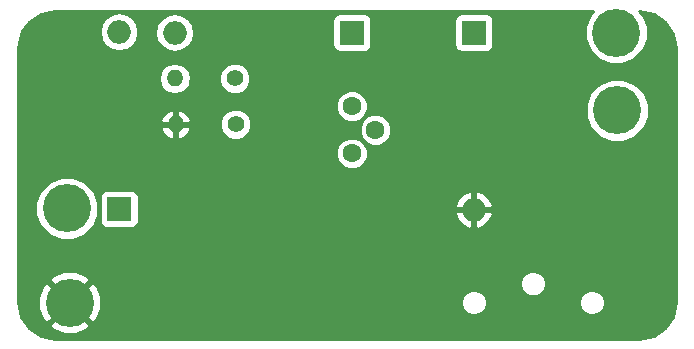
<source format=gbr>
G04 #@! TF.FileFunction,Copper,L2,Bot,Signal*
%FSLAX46Y46*%
G04 Gerber Fmt 4.6, Leading zero omitted, Abs format (unit mm)*
G04 Created by KiCad (PCBNEW 4.0.5) date 05/18/17 14:57:18*
%MOMM*%
%LPD*%
G01*
G04 APERTURE LIST*
%ADD10C,0.100000*%
%ADD11R,2.000000X2.000000*%
%ADD12O,2.000000X2.000000*%
%ADD13C,4.064000*%
%ADD14C,1.400000*%
%ADD15O,1.400000X1.400000*%
%ADD16C,1.600000*%
%ADD17C,0.254000*%
G04 APERTURE END LIST*
D10*
D11*
X199771000Y-115265200D03*
D12*
X199771000Y-100265200D03*
D11*
X219470000Y-100330000D03*
D12*
X204470000Y-100330000D03*
D11*
X229793800Y-100330000D03*
D12*
X229793800Y-115330000D03*
D13*
X195351400Y-115214400D03*
X195580000Y-123190000D03*
X241858800Y-100330000D03*
X241935000Y-106908600D03*
D14*
X209550000Y-104216200D03*
D15*
X204470000Y-104216200D03*
D14*
X209626200Y-108102400D03*
D15*
X204546200Y-108102400D03*
D16*
X221467680Y-108562140D03*
X219467680Y-106562140D03*
X219467680Y-110562140D03*
D17*
G36*
X239599145Y-98817293D02*
X239192264Y-99797173D01*
X239191338Y-100858172D01*
X239596509Y-101838761D01*
X240346093Y-102589655D01*
X241325973Y-102996536D01*
X242386972Y-102997462D01*
X243367561Y-102592291D01*
X244118455Y-101842707D01*
X244525336Y-100862827D01*
X244526262Y-99801828D01*
X244121091Y-98821239D01*
X243807930Y-98507531D01*
X245020995Y-98748824D01*
X246022196Y-99417804D01*
X246691175Y-100419005D01*
X246940000Y-101669931D01*
X246940000Y-123120069D01*
X246691175Y-124370995D01*
X246022196Y-125372196D01*
X245020995Y-126041176D01*
X243770069Y-126290000D01*
X194379931Y-126290000D01*
X193129005Y-126041175D01*
X192127804Y-125372196D01*
X191937992Y-125088121D01*
X193861484Y-125088121D01*
X194086154Y-125462168D01*
X195069388Y-125860880D01*
X196130357Y-125852975D01*
X197073846Y-125462168D01*
X197298516Y-125088121D01*
X195580000Y-123369605D01*
X193861484Y-125088121D01*
X191937992Y-125088121D01*
X191458824Y-124370995D01*
X191210000Y-123120069D01*
X191210000Y-122679388D01*
X192909120Y-122679388D01*
X192917025Y-123740357D01*
X193307832Y-124683846D01*
X193681879Y-124908516D01*
X195400395Y-123190000D01*
X195759605Y-123190000D01*
X197478121Y-124908516D01*
X197852168Y-124683846D01*
X198250880Y-123700612D01*
X198248677Y-123404873D01*
X228708612Y-123404873D01*
X228873446Y-123803800D01*
X229178395Y-124109282D01*
X229577033Y-124274811D01*
X230008673Y-124275188D01*
X230407600Y-124110354D01*
X230713082Y-123805405D01*
X230878611Y-123406767D01*
X230878612Y-123404873D01*
X238708612Y-123404873D01*
X238873446Y-123803800D01*
X239178395Y-124109282D01*
X239577033Y-124274811D01*
X240008673Y-124275188D01*
X240407600Y-124110354D01*
X240713082Y-123805405D01*
X240878611Y-123406767D01*
X240878988Y-122975127D01*
X240714154Y-122576200D01*
X240409205Y-122270718D01*
X240010567Y-122105189D01*
X239578927Y-122104812D01*
X239180000Y-122269646D01*
X238874518Y-122574595D01*
X238708989Y-122973233D01*
X238708612Y-123404873D01*
X230878612Y-123404873D01*
X230878988Y-122975127D01*
X230714154Y-122576200D01*
X230409205Y-122270718D01*
X230010567Y-122105189D01*
X229578927Y-122104812D01*
X229180000Y-122269646D01*
X228874518Y-122574595D01*
X228708989Y-122973233D01*
X228708612Y-123404873D01*
X198248677Y-123404873D01*
X198242975Y-122639643D01*
X197897202Y-121804873D01*
X233708612Y-121804873D01*
X233873446Y-122203800D01*
X234178395Y-122509282D01*
X234577033Y-122674811D01*
X235008673Y-122675188D01*
X235407600Y-122510354D01*
X235713082Y-122205405D01*
X235878611Y-121806767D01*
X235878988Y-121375127D01*
X235714154Y-120976200D01*
X235409205Y-120670718D01*
X235010567Y-120505189D01*
X234578927Y-120504812D01*
X234180000Y-120669646D01*
X233874518Y-120974595D01*
X233708989Y-121373233D01*
X233708612Y-121804873D01*
X197897202Y-121804873D01*
X197852168Y-121696154D01*
X197478121Y-121471484D01*
X195759605Y-123190000D01*
X195400395Y-123190000D01*
X193681879Y-121471484D01*
X193307832Y-121696154D01*
X192909120Y-122679388D01*
X191210000Y-122679388D01*
X191210000Y-121291879D01*
X193861484Y-121291879D01*
X195580000Y-123010395D01*
X197298516Y-121291879D01*
X197073846Y-120917832D01*
X196090612Y-120519120D01*
X195029643Y-120527025D01*
X194086154Y-120917832D01*
X193861484Y-121291879D01*
X191210000Y-121291879D01*
X191210000Y-115742572D01*
X192683938Y-115742572D01*
X193089109Y-116723161D01*
X193838693Y-117474055D01*
X194818573Y-117880936D01*
X195879572Y-117881862D01*
X196860161Y-117476691D01*
X197611055Y-116727107D01*
X198017936Y-115747227D01*
X198018862Y-114686228D01*
X197844897Y-114265200D01*
X198123560Y-114265200D01*
X198123560Y-116265200D01*
X198167838Y-116500517D01*
X198306910Y-116716641D01*
X198519110Y-116861631D01*
X198771000Y-116912640D01*
X200771000Y-116912640D01*
X201006317Y-116868362D01*
X201222441Y-116729290D01*
X201367431Y-116517090D01*
X201418440Y-116265200D01*
X201418440Y-115710435D01*
X228203667Y-115710435D01*
X228470295Y-116289994D01*
X228938415Y-116723402D01*
X229413366Y-116920124D01*
X229666800Y-116800777D01*
X229666800Y-115457000D01*
X229920800Y-115457000D01*
X229920800Y-116800777D01*
X230174234Y-116920124D01*
X230649185Y-116723402D01*
X231117305Y-116289994D01*
X231383933Y-115710435D01*
X231265119Y-115457000D01*
X229920800Y-115457000D01*
X229666800Y-115457000D01*
X228322481Y-115457000D01*
X228203667Y-115710435D01*
X201418440Y-115710435D01*
X201418440Y-114949565D01*
X228203667Y-114949565D01*
X228322481Y-115203000D01*
X229666800Y-115203000D01*
X229666800Y-113859223D01*
X229920800Y-113859223D01*
X229920800Y-115203000D01*
X231265119Y-115203000D01*
X231383933Y-114949565D01*
X231117305Y-114370006D01*
X230649185Y-113936598D01*
X230174234Y-113739876D01*
X229920800Y-113859223D01*
X229666800Y-113859223D01*
X229413366Y-113739876D01*
X228938415Y-113936598D01*
X228470295Y-114370006D01*
X228203667Y-114949565D01*
X201418440Y-114949565D01*
X201418440Y-114265200D01*
X201374162Y-114029883D01*
X201235090Y-113813759D01*
X201022890Y-113668769D01*
X200771000Y-113617760D01*
X198771000Y-113617760D01*
X198535683Y-113662038D01*
X198319559Y-113801110D01*
X198174569Y-114013310D01*
X198123560Y-114265200D01*
X197844897Y-114265200D01*
X197613691Y-113705639D01*
X196864107Y-112954745D01*
X195884227Y-112547864D01*
X194823228Y-112546938D01*
X193842639Y-112952109D01*
X193091745Y-113701693D01*
X192684864Y-114681573D01*
X192683938Y-115742572D01*
X191210000Y-115742572D01*
X191210000Y-110826523D01*
X218132449Y-110826523D01*
X218335262Y-111317369D01*
X218710476Y-111693238D01*
X219200967Y-111896908D01*
X219732063Y-111897371D01*
X220222909Y-111694558D01*
X220598778Y-111319344D01*
X220802448Y-110828853D01*
X220802911Y-110297757D01*
X220600098Y-109806911D01*
X220224884Y-109431042D01*
X219734393Y-109227372D01*
X219203297Y-109226909D01*
X218712451Y-109429722D01*
X218336582Y-109804936D01*
X218132912Y-110295427D01*
X218132449Y-110826523D01*
X191210000Y-110826523D01*
X191210000Y-108435729D01*
X203253484Y-108435729D01*
X203396403Y-108780796D01*
X203743537Y-109169164D01*
X204212869Y-109395127D01*
X204419200Y-109272606D01*
X204419200Y-108229400D01*
X204673200Y-108229400D01*
X204673200Y-109272606D01*
X204879531Y-109395127D01*
X205348863Y-109169164D01*
X205695997Y-108780796D01*
X205838916Y-108435729D01*
X205797701Y-108366783D01*
X208290969Y-108366783D01*
X208493782Y-108857629D01*
X208868996Y-109233498D01*
X209359487Y-109437168D01*
X209890583Y-109437631D01*
X210381429Y-109234818D01*
X210757298Y-108859604D01*
X210771034Y-108826523D01*
X220132449Y-108826523D01*
X220335262Y-109317369D01*
X220710476Y-109693238D01*
X221200967Y-109896908D01*
X221732063Y-109897371D01*
X222222909Y-109694558D01*
X222598778Y-109319344D01*
X222802448Y-108828853D01*
X222802911Y-108297757D01*
X222600098Y-107806911D01*
X222230605Y-107436772D01*
X239267538Y-107436772D01*
X239672709Y-108417361D01*
X240422293Y-109168255D01*
X241402173Y-109575136D01*
X242463172Y-109576062D01*
X243443761Y-109170891D01*
X244194655Y-108421307D01*
X244601536Y-107441427D01*
X244602462Y-106380428D01*
X244197291Y-105399839D01*
X243447707Y-104648945D01*
X242467827Y-104242064D01*
X241406828Y-104241138D01*
X240426239Y-104646309D01*
X239675345Y-105395893D01*
X239268464Y-106375773D01*
X239267538Y-107436772D01*
X222230605Y-107436772D01*
X222224884Y-107431042D01*
X221734393Y-107227372D01*
X221203297Y-107226909D01*
X220712451Y-107429722D01*
X220336582Y-107804936D01*
X220132912Y-108295427D01*
X220132449Y-108826523D01*
X210771034Y-108826523D01*
X210960968Y-108369113D01*
X210961431Y-107838017D01*
X210758618Y-107347171D01*
X210383404Y-106971302D01*
X210034739Y-106826523D01*
X218132449Y-106826523D01*
X218335262Y-107317369D01*
X218710476Y-107693238D01*
X219200967Y-107896908D01*
X219732063Y-107897371D01*
X220222909Y-107694558D01*
X220598778Y-107319344D01*
X220802448Y-106828853D01*
X220802911Y-106297757D01*
X220600098Y-105806911D01*
X220224884Y-105431042D01*
X219734393Y-105227372D01*
X219203297Y-105226909D01*
X218712451Y-105429722D01*
X218336582Y-105804936D01*
X218132912Y-106295427D01*
X218132449Y-106826523D01*
X210034739Y-106826523D01*
X209892913Y-106767632D01*
X209361817Y-106767169D01*
X208870971Y-106969982D01*
X208495102Y-107345196D01*
X208291432Y-107835687D01*
X208290969Y-108366783D01*
X205797701Y-108366783D01*
X205715574Y-108229400D01*
X204673200Y-108229400D01*
X204419200Y-108229400D01*
X203376826Y-108229400D01*
X203253484Y-108435729D01*
X191210000Y-108435729D01*
X191210000Y-107769071D01*
X203253484Y-107769071D01*
X203376826Y-107975400D01*
X204419200Y-107975400D01*
X204419200Y-106932194D01*
X204673200Y-106932194D01*
X204673200Y-107975400D01*
X205715574Y-107975400D01*
X205838916Y-107769071D01*
X205695997Y-107424004D01*
X205348863Y-107035636D01*
X204879531Y-106809673D01*
X204673200Y-106932194D01*
X204419200Y-106932194D01*
X204212869Y-106809673D01*
X203743537Y-107035636D01*
X203396403Y-107424004D01*
X203253484Y-107769071D01*
X191210000Y-107769071D01*
X191210000Y-104216200D01*
X203108846Y-104216200D01*
X203210467Y-104727082D01*
X203499858Y-105160188D01*
X203932964Y-105449579D01*
X204443846Y-105551200D01*
X204496154Y-105551200D01*
X205007036Y-105449579D01*
X205440142Y-105160188D01*
X205729533Y-104727082D01*
X205778564Y-104480583D01*
X208214769Y-104480583D01*
X208417582Y-104971429D01*
X208792796Y-105347298D01*
X209283287Y-105550968D01*
X209814383Y-105551431D01*
X210305229Y-105348618D01*
X210681098Y-104973404D01*
X210884768Y-104482913D01*
X210885231Y-103951817D01*
X210682418Y-103460971D01*
X210307204Y-103085102D01*
X209816713Y-102881432D01*
X209285617Y-102880969D01*
X208794771Y-103083782D01*
X208418902Y-103458996D01*
X208215232Y-103949487D01*
X208214769Y-104480583D01*
X205778564Y-104480583D01*
X205831154Y-104216200D01*
X205729533Y-103705318D01*
X205440142Y-103272212D01*
X205007036Y-102982821D01*
X204496154Y-102881200D01*
X204443846Y-102881200D01*
X203932964Y-102982821D01*
X203499858Y-103272212D01*
X203210467Y-103705318D01*
X203108846Y-104216200D01*
X191210000Y-104216200D01*
X191210000Y-101669931D01*
X191458824Y-100419005D01*
X191582996Y-100233168D01*
X198136000Y-100233168D01*
X198136000Y-100297232D01*
X198260457Y-100922919D01*
X198614880Y-101453352D01*
X199145313Y-101807775D01*
X199771000Y-101932232D01*
X200396687Y-101807775D01*
X200927120Y-101453352D01*
X201281543Y-100922919D01*
X201399482Y-100330000D01*
X202802968Y-100330000D01*
X202927425Y-100955687D01*
X203281848Y-101486120D01*
X203812281Y-101840543D01*
X204437968Y-101965000D01*
X204502032Y-101965000D01*
X205127719Y-101840543D01*
X205658152Y-101486120D01*
X206012575Y-100955687D01*
X206137032Y-100330000D01*
X206012575Y-99704313D01*
X205762468Y-99330000D01*
X217822560Y-99330000D01*
X217822560Y-101330000D01*
X217866838Y-101565317D01*
X218005910Y-101781441D01*
X218218110Y-101926431D01*
X218470000Y-101977440D01*
X220470000Y-101977440D01*
X220705317Y-101933162D01*
X220921441Y-101794090D01*
X221066431Y-101581890D01*
X221117440Y-101330000D01*
X221117440Y-99330000D01*
X228146360Y-99330000D01*
X228146360Y-101330000D01*
X228190638Y-101565317D01*
X228329710Y-101781441D01*
X228541910Y-101926431D01*
X228793800Y-101977440D01*
X230793800Y-101977440D01*
X231029117Y-101933162D01*
X231245241Y-101794090D01*
X231390231Y-101581890D01*
X231441240Y-101330000D01*
X231441240Y-99330000D01*
X231396962Y-99094683D01*
X231257890Y-98878559D01*
X231045690Y-98733569D01*
X230793800Y-98682560D01*
X228793800Y-98682560D01*
X228558483Y-98726838D01*
X228342359Y-98865910D01*
X228197369Y-99078110D01*
X228146360Y-99330000D01*
X221117440Y-99330000D01*
X221073162Y-99094683D01*
X220934090Y-98878559D01*
X220721890Y-98733569D01*
X220470000Y-98682560D01*
X218470000Y-98682560D01*
X218234683Y-98726838D01*
X218018559Y-98865910D01*
X217873569Y-99078110D01*
X217822560Y-99330000D01*
X205762468Y-99330000D01*
X205658152Y-99173880D01*
X205127719Y-98819457D01*
X204502032Y-98695000D01*
X204437968Y-98695000D01*
X203812281Y-98819457D01*
X203281848Y-99173880D01*
X202927425Y-99704313D01*
X202802968Y-100330000D01*
X201399482Y-100330000D01*
X201406000Y-100297232D01*
X201406000Y-100233168D01*
X201281543Y-99607481D01*
X200927120Y-99077048D01*
X200396687Y-98722625D01*
X199771000Y-98598168D01*
X199145313Y-98722625D01*
X198614880Y-99077048D01*
X198260457Y-99607481D01*
X198136000Y-100233168D01*
X191582996Y-100233168D01*
X192127804Y-99417804D01*
X193129005Y-98748825D01*
X194379931Y-98500000D01*
X239916993Y-98500000D01*
X239599145Y-98817293D01*
X239599145Y-98817293D01*
G37*
X239599145Y-98817293D02*
X239192264Y-99797173D01*
X239191338Y-100858172D01*
X239596509Y-101838761D01*
X240346093Y-102589655D01*
X241325973Y-102996536D01*
X242386972Y-102997462D01*
X243367561Y-102592291D01*
X244118455Y-101842707D01*
X244525336Y-100862827D01*
X244526262Y-99801828D01*
X244121091Y-98821239D01*
X243807930Y-98507531D01*
X245020995Y-98748824D01*
X246022196Y-99417804D01*
X246691175Y-100419005D01*
X246940000Y-101669931D01*
X246940000Y-123120069D01*
X246691175Y-124370995D01*
X246022196Y-125372196D01*
X245020995Y-126041176D01*
X243770069Y-126290000D01*
X194379931Y-126290000D01*
X193129005Y-126041175D01*
X192127804Y-125372196D01*
X191937992Y-125088121D01*
X193861484Y-125088121D01*
X194086154Y-125462168D01*
X195069388Y-125860880D01*
X196130357Y-125852975D01*
X197073846Y-125462168D01*
X197298516Y-125088121D01*
X195580000Y-123369605D01*
X193861484Y-125088121D01*
X191937992Y-125088121D01*
X191458824Y-124370995D01*
X191210000Y-123120069D01*
X191210000Y-122679388D01*
X192909120Y-122679388D01*
X192917025Y-123740357D01*
X193307832Y-124683846D01*
X193681879Y-124908516D01*
X195400395Y-123190000D01*
X195759605Y-123190000D01*
X197478121Y-124908516D01*
X197852168Y-124683846D01*
X198250880Y-123700612D01*
X198248677Y-123404873D01*
X228708612Y-123404873D01*
X228873446Y-123803800D01*
X229178395Y-124109282D01*
X229577033Y-124274811D01*
X230008673Y-124275188D01*
X230407600Y-124110354D01*
X230713082Y-123805405D01*
X230878611Y-123406767D01*
X230878612Y-123404873D01*
X238708612Y-123404873D01*
X238873446Y-123803800D01*
X239178395Y-124109282D01*
X239577033Y-124274811D01*
X240008673Y-124275188D01*
X240407600Y-124110354D01*
X240713082Y-123805405D01*
X240878611Y-123406767D01*
X240878988Y-122975127D01*
X240714154Y-122576200D01*
X240409205Y-122270718D01*
X240010567Y-122105189D01*
X239578927Y-122104812D01*
X239180000Y-122269646D01*
X238874518Y-122574595D01*
X238708989Y-122973233D01*
X238708612Y-123404873D01*
X230878612Y-123404873D01*
X230878988Y-122975127D01*
X230714154Y-122576200D01*
X230409205Y-122270718D01*
X230010567Y-122105189D01*
X229578927Y-122104812D01*
X229180000Y-122269646D01*
X228874518Y-122574595D01*
X228708989Y-122973233D01*
X228708612Y-123404873D01*
X198248677Y-123404873D01*
X198242975Y-122639643D01*
X197897202Y-121804873D01*
X233708612Y-121804873D01*
X233873446Y-122203800D01*
X234178395Y-122509282D01*
X234577033Y-122674811D01*
X235008673Y-122675188D01*
X235407600Y-122510354D01*
X235713082Y-122205405D01*
X235878611Y-121806767D01*
X235878988Y-121375127D01*
X235714154Y-120976200D01*
X235409205Y-120670718D01*
X235010567Y-120505189D01*
X234578927Y-120504812D01*
X234180000Y-120669646D01*
X233874518Y-120974595D01*
X233708989Y-121373233D01*
X233708612Y-121804873D01*
X197897202Y-121804873D01*
X197852168Y-121696154D01*
X197478121Y-121471484D01*
X195759605Y-123190000D01*
X195400395Y-123190000D01*
X193681879Y-121471484D01*
X193307832Y-121696154D01*
X192909120Y-122679388D01*
X191210000Y-122679388D01*
X191210000Y-121291879D01*
X193861484Y-121291879D01*
X195580000Y-123010395D01*
X197298516Y-121291879D01*
X197073846Y-120917832D01*
X196090612Y-120519120D01*
X195029643Y-120527025D01*
X194086154Y-120917832D01*
X193861484Y-121291879D01*
X191210000Y-121291879D01*
X191210000Y-115742572D01*
X192683938Y-115742572D01*
X193089109Y-116723161D01*
X193838693Y-117474055D01*
X194818573Y-117880936D01*
X195879572Y-117881862D01*
X196860161Y-117476691D01*
X197611055Y-116727107D01*
X198017936Y-115747227D01*
X198018862Y-114686228D01*
X197844897Y-114265200D01*
X198123560Y-114265200D01*
X198123560Y-116265200D01*
X198167838Y-116500517D01*
X198306910Y-116716641D01*
X198519110Y-116861631D01*
X198771000Y-116912640D01*
X200771000Y-116912640D01*
X201006317Y-116868362D01*
X201222441Y-116729290D01*
X201367431Y-116517090D01*
X201418440Y-116265200D01*
X201418440Y-115710435D01*
X228203667Y-115710435D01*
X228470295Y-116289994D01*
X228938415Y-116723402D01*
X229413366Y-116920124D01*
X229666800Y-116800777D01*
X229666800Y-115457000D01*
X229920800Y-115457000D01*
X229920800Y-116800777D01*
X230174234Y-116920124D01*
X230649185Y-116723402D01*
X231117305Y-116289994D01*
X231383933Y-115710435D01*
X231265119Y-115457000D01*
X229920800Y-115457000D01*
X229666800Y-115457000D01*
X228322481Y-115457000D01*
X228203667Y-115710435D01*
X201418440Y-115710435D01*
X201418440Y-114949565D01*
X228203667Y-114949565D01*
X228322481Y-115203000D01*
X229666800Y-115203000D01*
X229666800Y-113859223D01*
X229920800Y-113859223D01*
X229920800Y-115203000D01*
X231265119Y-115203000D01*
X231383933Y-114949565D01*
X231117305Y-114370006D01*
X230649185Y-113936598D01*
X230174234Y-113739876D01*
X229920800Y-113859223D01*
X229666800Y-113859223D01*
X229413366Y-113739876D01*
X228938415Y-113936598D01*
X228470295Y-114370006D01*
X228203667Y-114949565D01*
X201418440Y-114949565D01*
X201418440Y-114265200D01*
X201374162Y-114029883D01*
X201235090Y-113813759D01*
X201022890Y-113668769D01*
X200771000Y-113617760D01*
X198771000Y-113617760D01*
X198535683Y-113662038D01*
X198319559Y-113801110D01*
X198174569Y-114013310D01*
X198123560Y-114265200D01*
X197844897Y-114265200D01*
X197613691Y-113705639D01*
X196864107Y-112954745D01*
X195884227Y-112547864D01*
X194823228Y-112546938D01*
X193842639Y-112952109D01*
X193091745Y-113701693D01*
X192684864Y-114681573D01*
X192683938Y-115742572D01*
X191210000Y-115742572D01*
X191210000Y-110826523D01*
X218132449Y-110826523D01*
X218335262Y-111317369D01*
X218710476Y-111693238D01*
X219200967Y-111896908D01*
X219732063Y-111897371D01*
X220222909Y-111694558D01*
X220598778Y-111319344D01*
X220802448Y-110828853D01*
X220802911Y-110297757D01*
X220600098Y-109806911D01*
X220224884Y-109431042D01*
X219734393Y-109227372D01*
X219203297Y-109226909D01*
X218712451Y-109429722D01*
X218336582Y-109804936D01*
X218132912Y-110295427D01*
X218132449Y-110826523D01*
X191210000Y-110826523D01*
X191210000Y-108435729D01*
X203253484Y-108435729D01*
X203396403Y-108780796D01*
X203743537Y-109169164D01*
X204212869Y-109395127D01*
X204419200Y-109272606D01*
X204419200Y-108229400D01*
X204673200Y-108229400D01*
X204673200Y-109272606D01*
X204879531Y-109395127D01*
X205348863Y-109169164D01*
X205695997Y-108780796D01*
X205838916Y-108435729D01*
X205797701Y-108366783D01*
X208290969Y-108366783D01*
X208493782Y-108857629D01*
X208868996Y-109233498D01*
X209359487Y-109437168D01*
X209890583Y-109437631D01*
X210381429Y-109234818D01*
X210757298Y-108859604D01*
X210771034Y-108826523D01*
X220132449Y-108826523D01*
X220335262Y-109317369D01*
X220710476Y-109693238D01*
X221200967Y-109896908D01*
X221732063Y-109897371D01*
X222222909Y-109694558D01*
X222598778Y-109319344D01*
X222802448Y-108828853D01*
X222802911Y-108297757D01*
X222600098Y-107806911D01*
X222230605Y-107436772D01*
X239267538Y-107436772D01*
X239672709Y-108417361D01*
X240422293Y-109168255D01*
X241402173Y-109575136D01*
X242463172Y-109576062D01*
X243443761Y-109170891D01*
X244194655Y-108421307D01*
X244601536Y-107441427D01*
X244602462Y-106380428D01*
X244197291Y-105399839D01*
X243447707Y-104648945D01*
X242467827Y-104242064D01*
X241406828Y-104241138D01*
X240426239Y-104646309D01*
X239675345Y-105395893D01*
X239268464Y-106375773D01*
X239267538Y-107436772D01*
X222230605Y-107436772D01*
X222224884Y-107431042D01*
X221734393Y-107227372D01*
X221203297Y-107226909D01*
X220712451Y-107429722D01*
X220336582Y-107804936D01*
X220132912Y-108295427D01*
X220132449Y-108826523D01*
X210771034Y-108826523D01*
X210960968Y-108369113D01*
X210961431Y-107838017D01*
X210758618Y-107347171D01*
X210383404Y-106971302D01*
X210034739Y-106826523D01*
X218132449Y-106826523D01*
X218335262Y-107317369D01*
X218710476Y-107693238D01*
X219200967Y-107896908D01*
X219732063Y-107897371D01*
X220222909Y-107694558D01*
X220598778Y-107319344D01*
X220802448Y-106828853D01*
X220802911Y-106297757D01*
X220600098Y-105806911D01*
X220224884Y-105431042D01*
X219734393Y-105227372D01*
X219203297Y-105226909D01*
X218712451Y-105429722D01*
X218336582Y-105804936D01*
X218132912Y-106295427D01*
X218132449Y-106826523D01*
X210034739Y-106826523D01*
X209892913Y-106767632D01*
X209361817Y-106767169D01*
X208870971Y-106969982D01*
X208495102Y-107345196D01*
X208291432Y-107835687D01*
X208290969Y-108366783D01*
X205797701Y-108366783D01*
X205715574Y-108229400D01*
X204673200Y-108229400D01*
X204419200Y-108229400D01*
X203376826Y-108229400D01*
X203253484Y-108435729D01*
X191210000Y-108435729D01*
X191210000Y-107769071D01*
X203253484Y-107769071D01*
X203376826Y-107975400D01*
X204419200Y-107975400D01*
X204419200Y-106932194D01*
X204673200Y-106932194D01*
X204673200Y-107975400D01*
X205715574Y-107975400D01*
X205838916Y-107769071D01*
X205695997Y-107424004D01*
X205348863Y-107035636D01*
X204879531Y-106809673D01*
X204673200Y-106932194D01*
X204419200Y-106932194D01*
X204212869Y-106809673D01*
X203743537Y-107035636D01*
X203396403Y-107424004D01*
X203253484Y-107769071D01*
X191210000Y-107769071D01*
X191210000Y-104216200D01*
X203108846Y-104216200D01*
X203210467Y-104727082D01*
X203499858Y-105160188D01*
X203932964Y-105449579D01*
X204443846Y-105551200D01*
X204496154Y-105551200D01*
X205007036Y-105449579D01*
X205440142Y-105160188D01*
X205729533Y-104727082D01*
X205778564Y-104480583D01*
X208214769Y-104480583D01*
X208417582Y-104971429D01*
X208792796Y-105347298D01*
X209283287Y-105550968D01*
X209814383Y-105551431D01*
X210305229Y-105348618D01*
X210681098Y-104973404D01*
X210884768Y-104482913D01*
X210885231Y-103951817D01*
X210682418Y-103460971D01*
X210307204Y-103085102D01*
X209816713Y-102881432D01*
X209285617Y-102880969D01*
X208794771Y-103083782D01*
X208418902Y-103458996D01*
X208215232Y-103949487D01*
X208214769Y-104480583D01*
X205778564Y-104480583D01*
X205831154Y-104216200D01*
X205729533Y-103705318D01*
X205440142Y-103272212D01*
X205007036Y-102982821D01*
X204496154Y-102881200D01*
X204443846Y-102881200D01*
X203932964Y-102982821D01*
X203499858Y-103272212D01*
X203210467Y-103705318D01*
X203108846Y-104216200D01*
X191210000Y-104216200D01*
X191210000Y-101669931D01*
X191458824Y-100419005D01*
X191582996Y-100233168D01*
X198136000Y-100233168D01*
X198136000Y-100297232D01*
X198260457Y-100922919D01*
X198614880Y-101453352D01*
X199145313Y-101807775D01*
X199771000Y-101932232D01*
X200396687Y-101807775D01*
X200927120Y-101453352D01*
X201281543Y-100922919D01*
X201399482Y-100330000D01*
X202802968Y-100330000D01*
X202927425Y-100955687D01*
X203281848Y-101486120D01*
X203812281Y-101840543D01*
X204437968Y-101965000D01*
X204502032Y-101965000D01*
X205127719Y-101840543D01*
X205658152Y-101486120D01*
X206012575Y-100955687D01*
X206137032Y-100330000D01*
X206012575Y-99704313D01*
X205762468Y-99330000D01*
X217822560Y-99330000D01*
X217822560Y-101330000D01*
X217866838Y-101565317D01*
X218005910Y-101781441D01*
X218218110Y-101926431D01*
X218470000Y-101977440D01*
X220470000Y-101977440D01*
X220705317Y-101933162D01*
X220921441Y-101794090D01*
X221066431Y-101581890D01*
X221117440Y-101330000D01*
X221117440Y-99330000D01*
X228146360Y-99330000D01*
X228146360Y-101330000D01*
X228190638Y-101565317D01*
X228329710Y-101781441D01*
X228541910Y-101926431D01*
X228793800Y-101977440D01*
X230793800Y-101977440D01*
X231029117Y-101933162D01*
X231245241Y-101794090D01*
X231390231Y-101581890D01*
X231441240Y-101330000D01*
X231441240Y-99330000D01*
X231396962Y-99094683D01*
X231257890Y-98878559D01*
X231045690Y-98733569D01*
X230793800Y-98682560D01*
X228793800Y-98682560D01*
X228558483Y-98726838D01*
X228342359Y-98865910D01*
X228197369Y-99078110D01*
X228146360Y-99330000D01*
X221117440Y-99330000D01*
X221073162Y-99094683D01*
X220934090Y-98878559D01*
X220721890Y-98733569D01*
X220470000Y-98682560D01*
X218470000Y-98682560D01*
X218234683Y-98726838D01*
X218018559Y-98865910D01*
X217873569Y-99078110D01*
X217822560Y-99330000D01*
X205762468Y-99330000D01*
X205658152Y-99173880D01*
X205127719Y-98819457D01*
X204502032Y-98695000D01*
X204437968Y-98695000D01*
X203812281Y-98819457D01*
X203281848Y-99173880D01*
X202927425Y-99704313D01*
X202802968Y-100330000D01*
X201399482Y-100330000D01*
X201406000Y-100297232D01*
X201406000Y-100233168D01*
X201281543Y-99607481D01*
X200927120Y-99077048D01*
X200396687Y-98722625D01*
X199771000Y-98598168D01*
X199145313Y-98722625D01*
X198614880Y-99077048D01*
X198260457Y-99607481D01*
X198136000Y-100233168D01*
X191582996Y-100233168D01*
X192127804Y-99417804D01*
X193129005Y-98748825D01*
X194379931Y-98500000D01*
X239916993Y-98500000D01*
X239599145Y-98817293D01*
M02*

</source>
